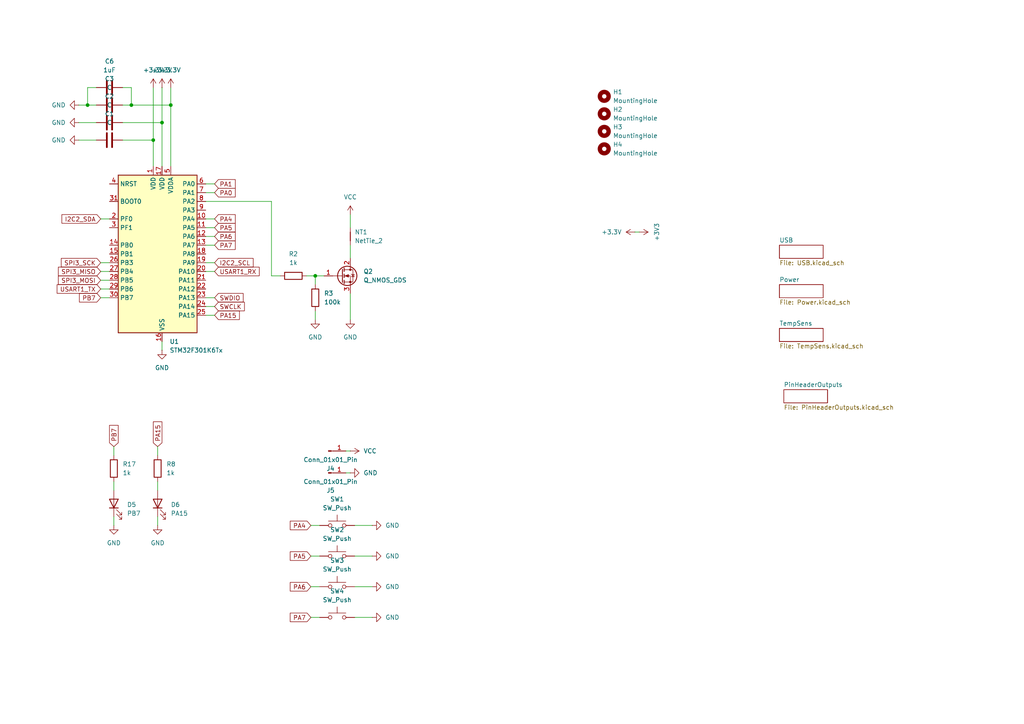
<source format=kicad_sch>
(kicad_sch (version 20231120) (generator "eeschema") (generator_version "8.0")
  (paper "A4")
  (lib_symbols
    (symbol "Connector:Conn_01x01_Pin" (pin_names (offset 1.016) hide)
      (property "Reference" "J" (at 0 2.54 0))
      (property "Value" "Conn_01x01_Pin" (at 0 -2.54 0))
      (symbol "Conn_01x01_Pin_1_1"
        (polyline (pts (xy 1.27 0) (xy 0.8636 0)) (stroke (width 0.1524)))
        (rectangle (start 0.8636 0.127) (end 0 -0.127) (stroke (width 0.1524)) (fill (type outline)))
        (pin passive line (at 5.08 0 180) (length 3.81) (name "Pin_1") (number "1"))
      )
    )
    (symbol "Device:C" (pin_numbers hide) (pin_names (offset 0.254))
      (property "Reference" "C" (at 0.635 2.54 0))
      (property "Value" "C" (at 0.635 -2.54 0))
      (symbol "C_0_1"
        (polyline (pts (xy -2.032 -0.762) (xy 2.032 -0.762)) (stroke (width 0.508)))
        (polyline (pts (xy -2.032 0.762) (xy 2.032 0.762)) (stroke (width 0.508)))
      )
      (symbol "C_1_1"
        (pin passive line (at 0 3.81 270) (length 2.794) (name "~") (number "1"))
        (pin passive line (at 0 -3.81 90) (length 2.794) (name "~") (number "2"))
      )
    )
    (symbol "Device:LED" (pin_numbers hide) (pin_names (offset 1.016) hide)
      (property "Reference" "D" (at 0 2.54 0))
      (property "Value" "LED" (at 0 -2.54 0))
      (symbol "LED_0_1"
        (polyline (pts (xy -1.27 -1.27) (xy -1.27 1.27)) (stroke (width 0.254)))
        (polyline (pts (xy -1.27 0) (xy 1.27 0)))
        (polyline (pts (xy 1.27 -1.27) (xy 1.27 1.27) (xy -1.27 0) (xy 1.27 -1.27)) (stroke (width 0.254)))
        (polyline (pts (xy -3.048 -0.762) (xy -4.572 -2.286) (xy -3.81 -2.286) (xy -4.572 -2.286) (xy -4.572 -1.524)))
        (polyline (pts (xy -1.778 -0.762) (xy -3.302 -2.286) (xy -2.54 -2.286) (xy -3.302 -2.286) (xy -3.302 -1.524)))
      )
      (symbol "LED_1_1"
        (pin passive line (at -3.81 0 0) (length 2.54) (name "K") (number "1"))
        (pin passive line (at 3.81 0 180) (length 2.54) (name "A") (number "2"))
      )
    )
    (symbol "Device:NetTie_2" (pin_numbers hide) (pin_names (offset 0) hide) (in_bom no)
      (property "Reference" "NT" (at 0 1.27 0))
      (property "Value" "NetTie_2" (at 0 -1.27 0))
      (symbol "NetTie_2_0_1"
        (polyline (pts (xy -1.27 0) (xy 1.27 0)) (stroke (width 0.254)))
      )
      (symbol "NetTie_2_1_1"
        (pin passive line (at -2.54 0 0) (length 2.54) (name "1") (number "1"))
        (pin passive line (at 2.54 0 180) (length 2.54) (name "2") (number "2"))
      )
    )
    (symbol "Device:Q_NMOS_GDS" (pin_names (offset 0) hide)
      (property "Reference" "Q" (at 5.08 1.27 0))
      (property "Value" "Q_NMOS_GDS" (at 5.08 -1.27 0))
      (symbol "Q_NMOS_GDS_0_1"
        (polyline (pts (xy 0.254 0) (xy -2.54 0)))
        (polyline (pts (xy 0.254 1.905) (xy 0.254 -1.905)) (stroke (width 0.254)))
        (polyline (pts (xy 0.762 -1.27) (xy 0.762 -2.286)) (stroke (width 0.254)))
        (polyline (pts (xy 0.762 0.508) (xy 0.762 -0.508)) (stroke (width 0.254)))
        (polyline (pts (xy 0.762 2.286) (xy 0.762 1.27)) (stroke (width 0.254)))
        (polyline (pts (xy 2.54 2.54) (xy 2.54 1.778)))
        (polyline (pts (xy 2.54 -2.54) (xy 2.54 0) (xy 0.762 0)))
        (polyline (pts (xy 0.762 -1.778) (xy 3.302 -1.778) (xy 3.302 1.778) (xy 0.762 1.778)))
        (polyline (pts (xy 1.016 0) (xy 2.032 0.381) (xy 2.032 -0.381) (xy 1.016 0)) (fill (type outline)))
        (polyline (pts (xy 2.794 0.508) (xy 2.921 0.381) (xy 3.683 0.381) (xy 3.81 0.254)))
        (polyline (pts (xy 3.302 0.381) (xy 2.921 -0.254) (xy 3.683 -0.254) (xy 3.302 0.381)))
        (circle (center 1.651 0) (radius 2.794) (stroke (width 0.254)))
        (circle (center 2.54 -1.778) (radius 0.254) (fill (type outline)))
        (circle (center 2.54 1.778) (radius 0.254) (fill (type outline)))
      )
      (symbol "Q_NMOS_GDS_1_1"
        (pin input line (at -5.08 0 0) (length 2.54) (name "G") (number "1"))
        (pin passive line (at 2.54 5.08 270) (length 2.54) (name "D") (number "2"))
        (pin passive line (at 2.54 -5.08 90) (length 2.54) (name "S") (number "3"))
      )
    )
    (symbol "Device:R" (pin_numbers hide) (pin_names (offset 0))
      (property "Reference" "R" (at 2.032 0 90))
      (property "Value" "R" (at 0 0 90))
      (symbol "R_0_1"
        (rectangle (start -1.016 -2.54) (end 1.016 2.54) (stroke (width 0.254)))
      )
      (symbol "R_1_1"
        (pin passive line (at 0 3.81 270) (length 1.27) (name "~") (number "1"))
        (pin passive line (at 0 -3.81 90) (length 1.27) (name "~") (number "2"))
      )
    )
    (symbol "MCU_ST_STM32F3:STM32F301K6Tx"
      (property "Reference" "U" (at -10.16 24.13 0))
      (property "Value" "STM32F301K6Tx" (at 7.62 24.13 0))
      (symbol "STM32F301K6Tx_0_1"
        (rectangle (start -10.16 -22.86) (end 12.7 22.86) (stroke (width 0.254)) (fill (type background)))
      )
      (symbol "STM32F301K6Tx_1_1"
        (pin power_in line (at 0 25.4 270) (length 2.54) (name "VDD") (number "1"))
        (pin bidirectional line (at 15.24 10.16 180) (length 2.54) (name "PA4") (number "10"))
        (pin bidirectional line (at 15.24 7.62 180) (length 2.54) (name "PA5") (number "11"))
        (pin bidirectional line (at 15.24 5.08 180) (length 2.54) (name "PA6") (number "12"))
        (pin bidirectional line (at 15.24 2.54 180) (length 2.54) (name "PA7") (number "13"))
        (pin bidirectional line (at -12.7 2.54 0) (length 2.54) (name "PB0") (number "14"))
        (pin bidirectional line (at -12.7 0 0) (length 2.54) (name "PB1") (number "15"))
        (pin power_in line (at 2.54 -25.4 90) (length 2.54) (name "VSS") (number "16"))
        (pin power_in line (at 2.54 25.4 270) (length 2.54) (name "VDD") (number "17"))
        (pin bidirectional line (at 15.24 0 180) (length 2.54) (name "PA8") (number "18"))
        (pin bidirectional line (at 15.24 -2.54 180) (length 2.54) (name "PA9") (number "19"))
        (pin bidirectional line (at -12.7 10.16 0) (length 2.54) (name "PF0") (number "2"))
        (pin bidirectional line (at 15.24 -5.08 180) (length 2.54) (name "PA10") (number "20"))
        (pin bidirectional line (at 15.24 -7.62 180) (length 2.54) (name "PA11") (number "21"))
        (pin bidirectional line (at 15.24 -10.16 180) (length 2.54) (name "PA12") (number "22"))
        (pin bidirectional line (at 15.24 -12.7 180) (length 2.54) (name "PA13") (number "23"))
        (pin bidirectional line (at 15.24 -15.24 180) (length 2.54) (name "PA14") (number "24"))
        (pin bidirectional line (at 15.24 -17.78 180) (length 2.54) (name "PA15") (number "25"))
        (pin bidirectional line (at -12.7 -2.54 0) (length 2.54) (name "PB3") (number "26"))
        (pin bidirectional line (at -12.7 -5.08 0) (length 2.54) (name "PB4") (number "27"))
        (pin bidirectional line (at -12.7 -7.62 0) (length 2.54) (name "PB5") (number "28"))
        (pin bidirectional line (at -12.7 -10.16 0) (length 2.54) (name "PB6") (number "29"))
        (pin bidirectional line (at -12.7 7.62 0) (length 2.54) (name "PF1") (number "3"))
        (pin bidirectional line (at -12.7 -12.7 0) (length 2.54) (name "PB7") (number "30"))
        (pin input line (at -12.7 15.24 0) (length 2.54) (name "BOOT0") (number "31"))
        (pin passive line (at 2.54 -25.4 90) (length 2.54) hide (name "VSS") (number "32"))
        (pin input line (at -12.7 20.32 0) (length 2.54) (name "NRST") (number "4"))
        (pin power_in line (at 5.08 25.4 270) (length 2.54) (name "VDDA") (number "5"))
        (pin bidirectional line (at 15.24 20.32 180) (length 2.54) (name "PA0") (number "6"))
        (pin bidirectional line (at 15.24 17.78 180) (length 2.54) (name "PA1") (number "7"))
        (pin bidirectional line (at 15.24 15.24 180) (length 2.54) (name "PA2") (number "8"))
        (pin bidirectional line (at 15.24 12.7 180) (length 2.54) (name "PA3") (number "9"))
      )
    )
    (symbol "Mechanical:MountingHole" (pin_names (offset 1.016)) (exclude_from_sim yes) (in_bom no)
      (property "Reference" "H" (at 0 5.08 0))
      (property "Value" "MountingHole" (at 0 3.175 0))
      (symbol "MountingHole_0_1"
        (circle (center 0 0) (radius 1.27) (stroke (width 1.27)))
      )
    )
    (symbol "Switch:SW_Push" (pin_numbers hide) (pin_names (offset 1.016) hide)
      (property "Reference" "SW" (at 1.27 2.54 0))
      (property "Value" "SW_Push" (at 0 -1.524 0))
      (symbol "SW_Push_0_1"
        (circle (center -2.032 0) (radius 0.508))
        (polyline (pts (xy 0 1.27) (xy 0 3.048)))
        (polyline (pts (xy 2.54 1.27) (xy -2.54 1.27)))
        (circle (center 2.032 0) (radius 0.508))
        (pin passive line (at -5.08 0 0) (length 2.54) (name "1") (number "1"))
        (pin passive line (at 5.08 0 180) (length 2.54) (name "2") (number "2"))
      )
    )
    (symbol "power:+3.3V" (power) (pin_numbers hide) (pin_names (offset 0) hide)
      (property "Value" "+3.3V" (at 0 3.556 0))
      (symbol "+3.3V_0_1"
        (polyline (pts (xy -0.762 1.27) (xy 0 2.54)))
        (polyline (pts (xy 0 0) (xy 0 2.54)))
        (polyline (pts (xy 0 2.54) (xy 0.762 1.27)))
      )
      (symbol "+3.3V_1_1"
        (pin power_in line (at 0 0 90) (length 0) (name "~") (number "1"))
      )
    )
    (symbol "power:+3V3" (power) (pin_names (offset 0))
      (property "Value" "+3V3" (at 0 3.556 0))
      (symbol "+3V3_0_1"
        (polyline (pts (xy -0.762 1.27) (xy 0 2.54)))
        (polyline (pts (xy 0 0) (xy 0 2.54)))
        (polyline (pts (xy 0 2.54) (xy 0.762 1.27)))
      )
      (symbol "+3V3_1_1"
        (pin power_in line (at 0 0 90) (length 0) hide (name "+3V3") (number "1"))
      )
    )
    (symbol "power:GND" (power) (pin_numbers hide) (pin_names (offset 0) hide)
      (property "Value" "GND" (at 0 -3.81 0))
      (symbol "GND_0_1"
        (polyline (pts (xy 0 0) (xy 0 -1.27) (xy 1.27 -1.27) (xy 0 -2.54) (xy -1.27 -1.27) (xy 0 -1.27)))
      )
      (symbol "GND_1_1"
        (pin power_in line (at 0 0 270) (length 0) (name "~") (number "1"))
      )
    )
    (symbol "power:VCC" (power) (pin_numbers hide) (pin_names (offset 0) hide)
      (property "Value" "VCC" (at 0 3.556 0))
      (symbol "VCC_0_1"
        (polyline (pts (xy -0.762 1.27) (xy 0 2.54)))
        (polyline (pts (xy 0 0) (xy 0 2.54)))
        (polyline (pts (xy 0 2.54) (xy 0.762 1.27)))
      )
      (symbol "VCC_1_1"
        (pin power_in line (at 0 0 90) (length 0) (name "~") (number "1"))
      )
    )
  )
  (junction (at 44.45 40.64))
  (junction (at 49.53 30.48))
  (junction (at 25.4 30.48))
  (junction (at 38.1 30.48))
  (junction (at 46.99 35.56))
  (junction (at 91.44 80.01))
  (wire (pts (xy 62.23 66.04) (xy 59.69 66.04)))
  (wire (pts (xy 49.53 48.26) (xy 49.53 30.48)))
  (wire (pts (xy 49.53 30.48) (xy 49.53 25.4)))
  (wire (pts (xy 27.94 25.4) (xy 25.4 25.4)))
  (wire (pts (xy 78.74 80.01) (xy 81.28 80.01)))
  (wire (pts (xy 45.72 129.54) (xy 45.72 132.08)))
  (wire (pts (xy 101.6 85.09) (xy 101.6 92.71)))
  (wire (pts (xy 33.02 129.54) (xy 33.02 132.08)))
  (wire (pts (xy 59.69 86.36) (xy 62.23 86.36)))
  (wire (pts (xy 46.99 35.56) (xy 46.99 48.26)))
  (wire (pts (xy 62.23 71.12) (xy 59.69 71.12)))
  (wire (pts (xy 35.56 35.56) (xy 46.99 35.56)))
  (wire (pts (xy 88.9 80.01) (xy 91.44 80.01)))
  (wire (pts (xy 25.4 30.48) (xy 27.94 30.48)))
  (wire (pts (xy 46.99 25.4) (xy 46.99 35.56)))
  (wire (pts (xy 62.23 78.74) (xy 59.69 78.74)))
  (wire (pts (xy 44.45 40.64) (xy 44.45 48.26)))
  (wire (pts (xy 45.72 139.7) (xy 45.72 142.24)))
  (wire (pts (xy 29.21 76.2) (xy 31.75 76.2)))
  (wire (pts (xy 38.1 30.48) (xy 49.53 30.48)))
  (wire (pts (xy 22.86 35.56) (xy 27.94 35.56)))
  (wire (pts (xy 22.86 30.48) (xy 25.4 30.48)))
  (wire (pts (xy 102.87 179.07) (xy 107.95 179.07)))
  (wire (pts (xy 62.23 55.88) (xy 59.69 55.88)))
  (wire (pts (xy 35.56 25.4) (xy 38.1 25.4)))
  (wire (pts (xy 90.17 161.29) (xy 92.71 161.29)))
  (wire (pts (xy 22.86 40.64) (xy 27.94 40.64)))
  (wire (pts (xy 102.87 161.29) (xy 107.95 161.29)))
  (wire (pts (xy 29.21 83.82) (xy 31.75 83.82)))
  (wire (pts (xy 44.45 25.4) (xy 44.45 40.64)))
  (wire (pts (xy 91.44 90.17) (xy 91.44 92.71)))
  (wire (pts (xy 101.6 62.23) (xy 101.6 66.04)))
  (wire (pts (xy 90.17 170.18) (xy 92.71 170.18)))
  (wire (pts (xy 78.74 58.42) (xy 78.74 80.01)))
  (wire (pts (xy 35.56 30.48) (xy 38.1 30.48)))
  (wire (pts (xy 29.21 78.74) (xy 31.75 78.74)))
  (wire (pts (xy 33.02 139.7) (xy 33.02 142.24)))
  (wire (pts (xy 45.72 149.86) (xy 45.72 152.4)))
  (wire (pts (xy 91.44 80.01) (xy 93.98 80.01)))
  (wire (pts (xy 46.99 101.6) (xy 46.99 99.06)))
  (wire (pts (xy 29.21 86.36) (xy 31.75 86.36)))
  (wire (pts (xy 59.69 88.9) (xy 62.23 88.9)))
  (wire (pts (xy 102.87 152.4) (xy 107.95 152.4)))
  (wire (pts (xy 62.23 63.5) (xy 59.69 63.5)))
  (wire (pts (xy 101.6 130.81) (xy 100.33 130.81)))
  (wire (pts (xy 90.17 179.07) (xy 92.71 179.07)))
  (wire (pts (xy 35.56 40.64) (xy 44.45 40.64)))
  (wire (pts (xy 29.21 81.28) (xy 31.75 81.28)))
  (wire (pts (xy 62.23 68.58) (xy 59.69 68.58)))
  (wire (pts (xy 90.17 152.4) (xy 92.71 152.4)))
  (wire (pts (xy 101.6 71.12) (xy 101.6 74.93)))
  (wire (pts (xy 184.15 67.31) (xy 185.42 67.31)))
  (wire (pts (xy 100.33 137.16) (xy 101.6 137.16)))
  (wire (pts (xy 59.69 58.42) (xy 78.74 58.42)))
  (wire (pts (xy 62.23 76.2) (xy 59.69 76.2)))
  (wire (pts (xy 25.4 25.4) (xy 25.4 30.48)))
  (wire (pts (xy 91.44 80.01) (xy 91.44 82.55)))
  (wire (pts (xy 29.21 63.5) (xy 31.75 63.5)))
  (wire (pts (xy 102.87 170.18) (xy 107.95 170.18)))
  (wire (pts (xy 62.23 91.44) (xy 59.69 91.44)))
  (wire (pts (xy 62.23 53.34) (xy 59.69 53.34)))
  (wire (pts (xy 33.02 149.86) (xy 33.02 152.4)))
  (wire (pts (xy 38.1 25.4) (xy 38.1 30.48)))
  (global_label "PA5" (shape input) (at 62.23 66.04 0) (property "Intersheetrefs" "${INTERSHEET_REFS}" (effects (hide yes))))
  (global_label "PA4" (shape input) (at 62.23 63.5 0) (property "Intersheetrefs" "${INTERSHEET_REFS}" (effects (hide yes))))
  (global_label "USART1_RX" (shape input) (at 62.23 78.74 0) (property "Intersheetrefs" "${INTERSHEET_REFS}" (effects (hide yes))))
  (global_label "PA7" (shape input) (at 62.23 71.12 0) (property "Intersheetrefs" "${INTERSHEET_REFS}" (effects (hide yes))))
  (global_label "PA15" (shape input) (at 62.23 91.44 0) (property "Intersheetrefs" "${INTERSHEET_REFS}" (effects (hide yes))))
  (global_label "PB7" (shape input) (at 29.21 86.36 180) (property "Intersheetrefs" "${INTERSHEET_REFS}" (effects (hide yes))))
  (global_label "PA7" (shape input) (at 90.17 179.07 180) (property "Intersheetrefs" "${INTERSHEET_REFS}" (effects (hide yes))))
  (global_label "PA6" (shape input) (at 90.17 170.18 180) (property "Intersheetrefs" "${INTERSHEET_REFS}" (effects (hide yes))))
  (global_label "PA6" (shape input) (at 62.23 68.58 0) (property "Intersheetrefs" "${INTERSHEET_REFS}" (effects (hide yes))))
  (global_label "SWDIO" (shape input) (at 62.23 86.36 0) (property "Intersheetrefs" "${INTERSHEET_REFS}" (effects (hide yes))))
  (global_label "PA0" (shape input) (at 62.23 55.88 0) (property "Intersheetrefs" "${INTERSHEET_REFS}" (effects (hide yes))))
  (global_label "SPI3_MISO" (shape input) (at 29.21 78.74 180) (property "Intersheetrefs" "${INTERSHEET_REFS}" (effects (hide yes))))
  (global_label "PA4" (shape input) (at 90.17 152.4 180) (property "Intersheetrefs" "${INTERSHEET_REFS}" (effects (hide yes))))
  (global_label "USART1_TX" (shape input) (at 29.21 83.82 180) (property "Intersheetrefs" "${INTERSHEET_REFS}" (effects (hide yes))))
  (global_label "SPI3_MOSI" (shape input) (at 29.21 81.28 180) (property "Intersheetrefs" "${INTERSHEET_REFS}" (effects (hide yes))))
  (global_label "PA5" (shape input) (at 90.17 161.29 180) (property "Intersheetrefs" "${INTERSHEET_REFS}" (effects (hide yes))))
  (global_label "I2C2_SCL" (shape input) (at 62.23 76.2 0) (property "Intersheetrefs" "${INTERSHEET_REFS}" (effects (hide yes))))
  (global_label "PA1" (shape input) (at 62.23 53.34 0) (property "Intersheetrefs" "${INTERSHEET_REFS}" (effects (hide yes))))
  (global_label "SWCLK" (shape input) (at 62.23 88.9 0) (property "Intersheetrefs" "${INTERSHEET_REFS}" (effects (hide yes))))
  (global_label "I2C2_SDA" (shape input) (at 29.21 63.5 180) (property "Intersheetrefs" "${INTERSHEET_REFS}" (effects (hide yes))))
  (global_label "SPI3_SCK" (shape input) (at 29.21 76.2 180) (property "Intersheetrefs" "${INTERSHEET_REFS}" (effects (hide yes))))
  (global_label "PB7" (shape input) (at 33.02 129.54 90) (property "Intersheetrefs" "${INTERSHEET_REFS}" (effects (hide yes))))
  (global_label "PA15" (shape input) (at 45.72 129.54 90) (property "Intersheetrefs" "${INTERSHEET_REFS}" (effects (hide yes))))
  (symbol (lib_id "power:GND") (at 22.86 30.48 270) (unit 1)
    (property "Reference" "#PWR01" (effects (hide yes)))
    (property "Value" "GND" (at 19.05 30.4799 90) (effects (justify right)))
    (property "Description" "Power symbol creates a global label with name \"GND\" , ground" (effects (hide yes)))
  )
  (symbol (lib_id "Device:R") (at 45.72 135.89 180) (unit 1)
    (property "Reference" "R8" (at 48.26 134.6199 0) (effects (justify right)))
    (property "Value" "1k" (at 48.26 137.1599 0) (effects (justify right)))
    (property "Footprint" "Resistor_SMD:R_0603_1608Metric_Pad0.98x0.95mm_HandSolder" (effects (hide yes)))
    (property "Description" "Resistor" (effects (hide yes)))
  )
  (symbol (lib_id "power:+3.3V") (at 184.15 67.31 90) (unit 1)
    (property "Reference" "#PWR039" (effects (hide yes)))
    (property "Value" "+3.3V" (at 180.34 67.3099 90) (effects (justify left)))
    (property "Description" "Power symbol creates a global label with name \"+3.3V\"" (effects (hide yes)))
  )
  (symbol (lib_id "Device:C") (at 31.75 35.56 90) (unit 1)
    (property "Reference" "C2" (at 31.75 27.94 90))
    (property "Value" "C" (at 31.75 30.48 90))
    (property "Footprint" "Capacitor_SMD:C_0603_1608Metric" (effects (hide yes)))
    (property "Description" "Unpolarized capacitor" (effects (hide yes)))
  )
  (symbol (lib_id "power:+3.3V") (at 46.99 25.4 0) (unit 1)
    (property "Reference" "#PWR05" (effects (hide yes)))
    (property "Value" "+3.3V" (at 46.99 20.32 0))
    (property "Description" "Power symbol creates a global label with name \"+3.3V\"" (effects (hide yes)))
  )
  (symbol (lib_id "power:GND") (at 107.95 152.4 90) (unit 1)
    (property "Reference" "#PWR022" (effects (hide yes)))
    (property "Value" "GND" (at 111.76 152.3999 90) (effects (justify right)))
    (property "Description" "Power symbol creates a global label with name \"GND\" , ground" (effects (hide yes)))
  )
  (symbol (lib_id "Mechanical:MountingHole") (at 175.26 27.94 0) (unit 1) (exclude_from_sim yes) (in_bom no)
    (property "Reference" "H1" (at 177.8 26.6699 0) (effects (justify left)))
    (property "Value" "MountingHole" (at 177.8 29.2099 0) (effects (justify left)))
    (property "Footprint" "MountingHole:MountingHole_2.7mm_M2.5" (effects (hide yes)))
    (property "Description" "Mounting Hole without connection" (effects (hide yes)))
  )
  (symbol (lib_id "power:+3.3V") (at 49.53 25.4 0) (unit 1)
    (property "Reference" "#PWR06" (effects (hide yes)))
    (property "Value" "+3.3V" (at 49.53 20.32 0))
    (property "Description" "Power symbol creates a global label with name \"+3.3V\"" (effects (hide yes)))
  )
  (symbol (lib_id "power:GND") (at 45.72 152.4 0) (unit 1)
    (property "Reference" "#PWR026" (effects (hide yes)))
    (property "Value" "GND" (at 45.72 157.48 0))
    (property "Description" "Power symbol creates a global label with name \"GND\" , ground" (effects (hide yes)))
  )
  (symbol (lib_id "power:GND") (at 107.95 161.29 90) (unit 1)
    (property "Reference" "#PWR023" (effects (hide yes)))
    (property "Value" "GND" (at 111.76 161.2899 90) (effects (justify right)))
    (property "Description" "Power symbol creates a global label with name \"GND\" , ground" (effects (hide yes)))
  )
  (symbol (lib_id "Connector:Conn_01x01_Pin") (at 95.25 130.81 0) (unit 1)
    (property "Reference" "J4" (at 95.885 135.89 0))
    (property "Value" "Conn_01x01_Pin" (at 95.885 133.35 0))
    (property "Footprint" "Connector_Wire:SolderWire-1.5sqmm_1x01_D1.7mm_OD3mm" (effects (hide yes)))
    (property "Description" "Generic connector, single row, 01x01, script generated" (effects (hide yes)))
  )
  (symbol (lib_id "Device:LED") (at 45.72 146.05 90) (unit 1)
    (property "Reference" "D6" (at 49.53 146.3674 90) (effects (justify right)))
    (property "Value" "PA15" (at 49.53 148.9074 90) (effects (justify right)))
    (property "Footprint" "LED_SMD:LED_0603_1608Metric_Pad1.05x0.95mm_HandSolder" (effects (hide yes)))
  )
  (symbol (lib_id "power:GND") (at 91.44 92.71 0) (unit 1)
    (property "Reference" "#PWR021" (effects (hide yes)))
    (property "Value" "GND" (at 91.44 97.79 0))
    (property "Description" "Power symbol creates a global label with name \"GND\" , ground" (effects (hide yes)))
  )
  (symbol (lib_id "power:GND") (at 22.86 40.64 270) (unit 1)
    (property "Reference" "#PWR03" (effects (hide yes)))
    (property "Value" "GND" (at 19.05 40.6399 90) (effects (justify right)))
    (property "Description" "Power symbol creates a global label with name \"GND\" , ground" (effects (hide yes)))
  )
  (symbol (lib_id "Device:Q_NMOS_GDS") (at 99.06 80.01 0) (unit 1)
    (property "Reference" "Q2" (at 105.41 78.7399 0) (effects (justify left)))
    (property "Value" "Q_NMOS_GDS" (at 105.41 81.2799 0) (effects (justify left)))
    (property "Footprint" "Package_TO_SOT_SMD:TO-252-2" (effects (hide yes)))
    (property "Description" "N-MOSFET transistor, gate/drain/source" (effects (hide yes)))
  )
  (symbol (lib_id "Switch:SW_Push") (at 97.79 170.18 0) (unit 1)
    (property "Reference" "SW3" (at 97.79 162.56 0))
    (property "Value" "SW_Push" (at 97.79 165.1 0))
    (property "Footprint" "Button_Switch_THT:SW_PUSH_6mm" (effects (hide yes)))
    (property "Description" "Push button switch, generic, two pins" (effects (hide yes)))
  )
  (symbol (lib_id "power:GND") (at 22.86 35.56 270) (unit 1)
    (property "Reference" "#PWR02" (effects (hide yes)))
    (property "Value" "GND" (at 19.05 35.5599 90) (effects (justify right)))
    (property "Description" "Power symbol creates a global label with name \"GND\" , ground" (effects (hide yes)))
  )
  (symbol (lib_id "Mechanical:MountingHole") (at 175.26 43.18 0) (unit 1) (exclude_from_sim yes) (in_bom no)
    (property "Reference" "H4" (at 177.8 41.9099 0) (effects (justify left)))
    (property "Value" "MountingHole" (at 177.8 44.4499 0) (effects (justify left)))
    (property "Footprint" "MountingHole:MountingHole_2.7mm_M2.5" (effects (hide yes)))
    (property "Description" "Mounting Hole without connection" (effects (hide yes)))
  )
  (symbol (lib_id "Device:NetTie_2") (at 101.6 68.58 90) (unit 1) (in_bom no)
    (property "Reference" "NT1" (at 102.87 67.3099 90) (effects (justify right)))
    (property "Value" "NetTie_2" (at 102.87 69.8499 90) (effects (justify right)))
    (property "Footprint" "NetTie:NetTie-2_SMD_Pad2.0mm" (effects (hide yes)))
    (property "Description" "Net tie, 2 pins" (effects (hide yes)))
  )
  (symbol (lib_id "Device:C") (at 31.75 40.64 90) (unit 1)
    (property "Reference" "C1" (at 31.75 33.02 90))
    (property "Value" "C" (at 31.75 35.56 90))
    (property "Footprint" "Capacitor_SMD:C_0603_1608Metric" (effects (hide yes)))
    (property "Description" "Unpolarized capacitor" (effects (hide yes)))
  )
  (symbol (lib_id "power:GND") (at 107.95 170.18 90) (unit 1)
    (property "Reference" "#PWR024" (effects (hide yes)))
    (property "Value" "GND" (at 111.76 170.1799 90) (effects (justify right)))
    (property "Description" "Power symbol creates a global label with name \"GND\" , ground" (effects (hide yes)))
  )
  (symbol (lib_id "power:GND") (at 46.99 101.6 0) (unit 1)
    (property "Reference" "#PWR07" (effects (hide yes)))
    (property "Value" "GND" (at 46.99 106.68 0))
    (property "Description" "Power symbol creates a global label with name \"GND\" , ground" (effects (hide yes)))
  )
  (symbol (lib_id "Device:LED") (at 33.02 146.05 90) (unit 1)
    (property "Reference" "D5" (at 36.83 146.3674 90) (effects (justify right)))
    (property "Value" "PB7" (at 36.83 148.9074 90) (effects (justify right)))
    (property "Footprint" "LED_SMD:LED_0603_1608Metric_Pad1.05x0.95mm_HandSolder" (effects (hide yes)))
  )
  (symbol (lib_id "Switch:SW_Push") (at 97.79 161.29 0) (unit 1)
    (property "Reference" "SW2" (at 97.79 153.67 0))
    (property "Value" "SW_Push" (at 97.79 156.21 0))
    (property "Footprint" "Button_Switch_THT:SW_PUSH_6mm" (effects (hide yes)))
    (property "Description" "Push button switch, generic, two pins" (effects (hide yes)))
  )
  (symbol (lib_id "power:+3V3") (at 185.42 67.31 270) (unit 1)
    (property "Reference" "#PWR032" (effects (hide yes)))
    (property "Value" "+3V3" (at 190.5 67.31 0))
  )
  (symbol (lib_id "power:GND") (at 101.6 92.71 0) (unit 1)
    (property "Reference" "#PWR010" (effects (hide yes)))
    (property "Value" "GND" (at 101.6 97.79 0))
    (property "Description" "Power symbol creates a global label with name \"GND\" , ground" (effects (hide yes)))
  )
  (symbol (lib_id "power:GND") (at 33.02 152.4 0) (unit 1)
    (property "Reference" "#PWR055" (effects (hide yes)))
    (property "Value" "GND" (at 33.02 157.48 0))
    (property "Description" "Power symbol creates a global label with name \"GND\" , ground" (effects (hide yes)))
  )
  (symbol (lib_id "Switch:SW_Push") (at 97.79 152.4 0) (unit 1)
    (property "Reference" "SW1" (at 97.79 144.78 0))
    (property "Value" "SW_Push" (at 97.79 147.32 0))
    (property "Footprint" "Button_Switch_THT:SW_PUSH_6mm" (effects (hide yes)))
    (property "Description" "Push button switch, generic, two pins" (effects (hide yes)))
  )
  (symbol (lib_id "Device:R") (at 33.02 135.89 180) (unit 1)
    (property "Reference" "R17" (at 35.56 134.6199 0) (effects (justify right)))
    (property "Value" "1k" (at 35.56 137.1599 0) (effects (justify right)))
    (property "Footprint" "Resistor_SMD:R_0603_1608Metric_Pad0.98x0.95mm_HandSolder" (effects (hide yes)))
    (property "Description" "Resistor" (effects (hide yes)))
  )
  (symbol (lib_id "power:GND") (at 107.95 179.07 90) (unit 1)
    (property "Reference" "#PWR025" (effects (hide yes)))
    (property "Value" "GND" (at 111.76 179.0699 90) (effects (justify right)))
    (property "Description" "Power symbol creates a global label with name \"GND\" , ground" (effects (hide yes)))
  )
  (symbol (lib_id "Device:R") (at 91.44 86.36 0) (unit 1)
    (property "Reference" "R3" (at 93.98 85.0899 0) (effects (justify left)))
    (property "Value" "100k" (at 93.98 87.6299 0) (effects (justify left)))
    (property "Footprint" "Resistor_SMD:R_0805_2012Metric" (effects (hide yes)))
    (property "Description" "Resistor" (effects (hide yes)))
  )
  (symbol (lib_id "Device:C") (at 31.75 25.4 90) (unit 1)
    (property "Reference" "C6" (at 31.75 17.78 90))
    (property "Value" "1uF" (at 31.75 20.32 90))
    (property "Footprint" "Capacitor_SMD:C_0603_1608Metric" (effects (hide yes)))
    (property "Description" "Unpolarized capacitor" (effects (hide yes)))
  )
  (symbol (lib_id "Mechanical:MountingHole") (at 175.26 33.02 0) (unit 1) (exclude_from_sim yes) (in_bom no)
    (property "Reference" "H2" (at 177.8 31.7499 0) (effects (justify left)))
    (property "Value" "MountingHole" (at 177.8 34.2899 0) (effects (justify left)))
    (property "Footprint" "MountingHole:MountingHole_2.7mm_M2.5" (effects (hide yes)))
    (property "Description" "Mounting Hole without connection" (effects (hide yes)))
  )
  (symbol (lib_id "Device:R") (at 85.09 80.01 270) (unit 1)
    (property "Reference" "R2" (at 85.09 73.66 90))
    (property "Value" "1k" (at 85.09 76.2 90))
    (property "Footprint" "Resistor_SMD:R_0805_2012Metric" (effects (hide yes)))
    (property "Description" "Resistor" (effects (hide yes)))
  )
  (symbol (lib_id "Device:C") (at 31.75 30.48 90) (unit 1)
    (property "Reference" "C3" (at 31.75 22.86 90))
    (property "Value" "C" (at 31.75 25.4 90))
    (property "Footprint" "Capacitor_SMD:C_0603_1608Metric" (effects (hide yes)))
    (property "Description" "Unpolarized capacitor" (effects (hide yes)))
  )
  (symbol (lib_id "MCU_ST_STM32F3:STM32F301K6Tx") (at 44.45 73.66 0) (unit 1)
    (property "Reference" "U1" (at 49.1841 99.06 0) (effects (justify left)))
    (property "Value" "STM32F301K6Tx" (at 49.1841 101.6 0) (effects (justify left)))
    (property "Footprint" "Package_QFP:LQFP-32_7x7mm_P0.8mm" (effects (hide yes)))
    (property "Datasheet" "https://www.st.com/resource/en/datasheet/stm32f301k6.pdf" (effects (hide yes)))
    (property "Description" "STMicroelectronics Arm Cortex-M4 MCU, 32KB flash, 16KB RAM, 72 MHz, 2.0-3.6V, 25 GPIO, LQFP32" (effects (hide yes)))
  )
  (symbol (lib_id "power:+3.3V") (at 44.45 25.4 0) (unit 1)
    (property "Reference" "#PWR04" (effects (hide yes)))
    (property "Value" "+3.3V" (at 44.45 20.32 0))
    (property "Description" "Power symbol creates a global label with name \"+3.3V\"" (effects (hide yes)))
  )
  (symbol (lib_id "Mechanical:MountingHole") (at 175.26 38.1 0) (unit 1) (exclude_from_sim yes) (in_bom no)
    (property "Reference" "H3" (at 177.8 36.8299 0) (effects (justify left)))
    (property "Value" "MountingHole" (at 177.8 39.3699 0) (effects (justify left)))
    (property "Footprint" "MountingHole:MountingHole_2.7mm_M2.5" (effects (hide yes)))
    (property "Description" "Mounting Hole without connection" (effects (hide yes)))
  )
  (symbol (lib_id "Switch:SW_Push") (at 97.79 179.07 0) (unit 1)
    (property "Reference" "SW4" (at 97.79 171.45 0))
    (property "Value" "SW_Push" (at 97.79 173.99 0))
    (property "Footprint" "Button_Switch_THT:SW_PUSH_6mm" (effects (hide yes)))
    (property "Description" "Push button switch, generic, two pins" (effects (hide yes)))
  )
  (symbol (lib_id "Connector:Conn_01x01_Pin") (at 95.25 137.16 0) (unit 1)
    (property "Reference" "J5" (at 95.885 142.24 0))
    (property "Value" "Conn_01x01_Pin" (at 95.885 139.7 0))
    (property "Footprint" "Connector_Wire:SolderWire-1.5sqmm_1x01_D1.7mm_OD3mm" (effects (hide yes)))
    (property "Description" "Generic connector, single row, 01x01, script generated" (effects (hide yes)))
  )
  (symbol (lib_id "power:GND") (at 101.6 137.16 90) (unit 1)
    (property "Reference" "#PWR020" (effects (hide yes)))
    (property "Value" "GND" (at 105.41 137.1599 90) (effects (justify right)))
    (property "Description" "Power symbol creates a global label with name \"GND\" , ground" (effects (hide yes)))
  )
  (symbol (lib_id "power:VCC") (at 101.6 130.81 270) (unit 1)
    (property "Reference" "#PWR019" (effects (hide yes)))
    (property "Value" "VCC" (at 105.41 130.8101 90) (effects (justify left)))
    (property "Description" "Power symbol creates a global label with name \"VCC\"" (effects (hide yes)))
  )
  (symbol (lib_id "power:VCC") (at 101.6 62.23 0) (unit 1)
    (property "Reference" "#PWR011" (effects (hide yes)))
    (property "Value" "VCC" (at 101.6 57.15 0))
    (property "Description" "Power symbol creates a global label with name \"VCC\"" (effects (hide yes)))
  )
  (sheet (at 226.06 82.55) (size 12.7 3.81) (stroke (width 0.1524))
    (property "Sheetname" "Power" (at 226.06 81.8384 0) (effects (justify left bottom)))
    (property "Sheetfile" "Power.kicad_sch" (at 226.06 86.9446 0) (effects (justify left top)))
  )
  (sheet (at 227.33 113.03) (size 12.7 3.81) (stroke (width 0.1524))
    (property "Sheetname" "PinHeaderOutputs" (at 227.33 112.3184 0) (effects (justify left bottom)))
    (property "Sheetfile" "PinHeaderOutputs.kicad_sch" (at 227.33 117.4246 0) (effects (justify left top)))
  )
  (sheet (at 226.06 71.12) (size 12.7 3.81) (stroke (width 0.1524))
    (property "Sheetname" "USB" (at 226.06 70.4084 0) (effects (justify left bottom)))
    (property "Sheetfile" "USB.kicad_sch" (at 226.06 75.5146 0) (effects (justify left top)))
  )
  (sheet (at 226.06 95.25) (size 12.7 3.81) (stroke (width 0.1524))
    (property "Sheetname" "TempSens" (at 226.06 94.5384 0) (effects (justify left bottom)))
    (property "Sheetfile" "TempSens.kicad_sch" (at 226.06 99.6446 0) (effects (justify left top)))
  )
)
</source>
